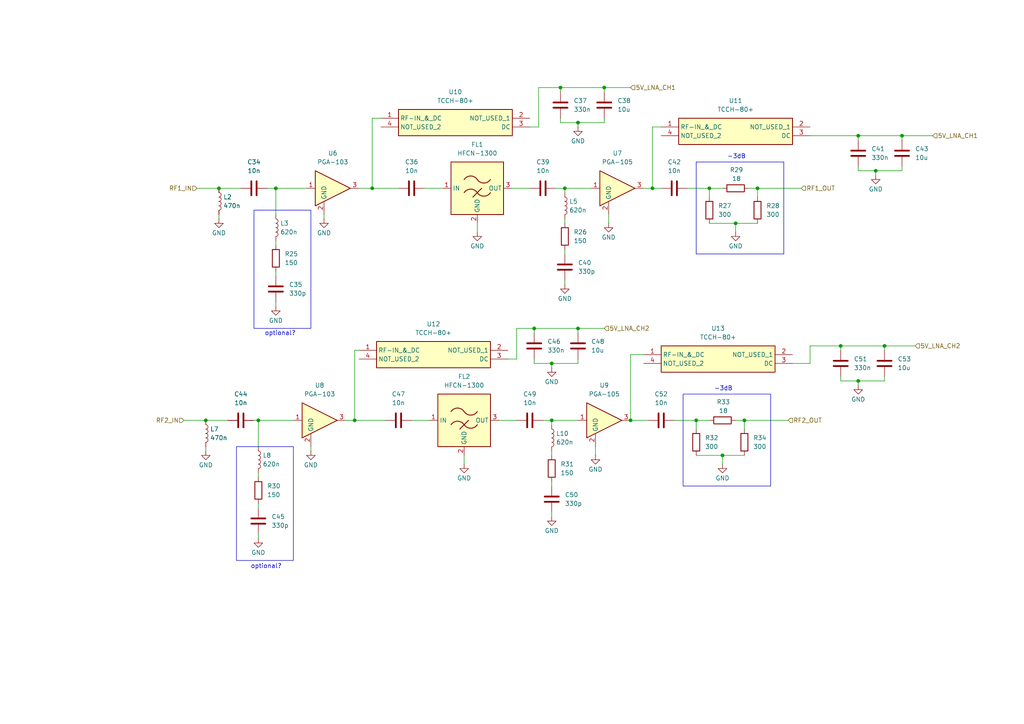
<source format=kicad_sch>
(kicad_sch (version 20250114) (generator "eeschema") (generator_version "9.0")
  (paper "A4")
  (lib_symbols
    (symbol "Device:C" (pin_numbers (hide yes)) (pin_names (offset 0.254))
      (property "Reference" "C" (at 0.635 2.54 0))
      (property "Value" "C" (at 0.635 -2.54 0))
      (symbol "C_0_1"
        (polyline (pts (xy -2.032 0.762) (xy 2.032 0.762)) (stroke (width 0.508)))
        (polyline (pts (xy -2.032 -0.762) (xy 2.032 -0.762)) (stroke (width 0.508)))
      )
      (symbol "C_1_1"
        (pin passive line (at 0 3.81 270) (length 2.794) (name "~") (number "1"))
        (pin passive line (at 0 -3.81 90) (length 2.794) (name "~") (number "2"))
      )
    )
    (symbol "Device:L" (pin_numbers (hide yes)) (pin_names (offset 1.016) (hide yes))
      (property "Reference" "L" (at -1.27 0 90))
      (property "Value" "L" (at 1.905 0 90))
      (symbol "L_0_1"
        (arc (start 0 2.54) (mid 0.6323 1.905) (end 0 1.27))
        (arc (start 0 1.27) (mid 0.6323 0.635) (end 0 0))
        (arc (start 0 0) (mid 0.6323 -0.635) (end 0 -1.27))
        (arc (start 0 -1.27) (mid 0.6323 -1.905) (end 0 -2.54))
      )
      (symbol "L_1_1"
        (pin passive line (at 0 3.81 270) (length 1.27) (name "1") (number "1"))
        (pin passive line (at 0 -3.81 90) (length 1.27) (name "2") (number "2"))
      )
    )
    (symbol "Device:R" (pin_numbers (hide yes)) (pin_names (offset 0))
      (property "Reference" "R" (at 2.032 0 90))
      (property "Value" "R" (at 0 0 90))
      (symbol "R_0_1"
        (rectangle (start -1.016 -2.54) (end 1.016 2.54) (stroke (width 0.254)))
      )
      (symbol "R_1_1"
        (pin passive line (at 0 3.81 270) (length 1.27) (name "~") (number "1"))
        (pin passive line (at 0 -3.81 90) (length 1.27) (name "~") (number "2"))
      )
    )
    (symbol "RF_Amplifier:PGA-103"
      (property "Reference" "U" (at -1.27 7.62 0))
      (property "Value" "PGA-103" (at 2.54 5.08 0))
      (symbol "PGA-103_0_1"
        (polyline (pts (xy 5.08 0) (xy -5.08 5.08) (xy -5.08 -5.08) (xy 5.08 0)) (stroke (width 0.254)) (fill (type background)))
      )
      (symbol "PGA-103_1_1"
        (pin input line (at -7.62 0 0) (length 2.54) (name "~") (number "1"))
        (pin power_in line (at -2.54 -7.62 90) (length 3.81) (name "GND") (number "2"))
        (pin output line (at 7.62 0 180) (length 2.54) (name "~") (number "3"))
      )
    )
    (symbol "RF_Amplifier:PGA-105"
      (property "Reference" "U" (at -1.27 7.62 0))
      (property "Value" "PGA-105" (at 2.54 5.08 0))
      (symbol "PGA-105_0_1"
        (polyline (pts (xy 5.08 0) (xy -5.08 5.08) (xy -5.08 -5.08) (xy 5.08 0)) (stroke (width 0.254)) (fill (type background)))
      )
      (symbol "PGA-105_1_1"
        (pin input line (at -7.62 0 0) (length 2.54) (name "~") (number "1"))
        (pin power_in line (at -2.54 -7.62 90) (length 3.81) (name "GND") (number "2"))
        (pin output line (at 7.62 0 180) (length 2.54) (name "~") (number "3"))
      )
    )
    (symbol "RF_Filter:HFCN-1300"
      (property "Reference" "FL" (at 0 10.795 0))
      (property "Value" "HFCN-1300" (at 0 8.89 0))
      (symbol "HFCN-1300_0_1"
        (rectangle (start -7.62 7.62) (end 7.62 -7.62) (stroke (width 0.254)) (fill (type background)))
        (arc (start -3.81 2.54) (mid -1.905 3.5595) (end 0 2.54) (stroke (width 0.254)))
        (arc (start -3.81 -1.27) (mid -1.905 -0.2505) (end 0 -1.27) (stroke (width 0.254)))
        (polyline (pts (xy -1.27 -2.54) (xy 1.27 0)) (stroke (width 0.254)))
        (arc (start 3.81 2.54) (mid 1.905 1.5205) (end 0 2.54) (stroke (width 0.254)))
        (arc (start 3.81 -1.27) (mid 1.905 -2.2895) (end 0 -1.27) (stroke (width 0.254)))
      )
      (symbol "HFCN-1300_1_1"
        (pin passive line (at -10.16 0 0) (length 2.54) (name "IN") (number "1"))
        (pin passive line (at 0 -10.16 90) (length 2.54) (name "GND") (number "2"))
        (pin passive line (at 0 -10.16 90) (length 2.54) (hide yes) (name "GND") (number "4"))
        (pin passive line (at 10.16 0 180) (length 2.54) (name "OUT") (number "3"))
      )
    )
    (symbol "TCCH-80+:TCCH-80+"
      (property "Reference" "U" (at 39.37 7.62 0))
      (property "Value" "TCCH-80+" (at 39.37 5.08 0))
      (symbol "TCCH-80+_1_1"
        (rectangle (start 5.08 2.54) (end 38.1 -5.08) (stroke (width 0.254)) (fill (type background)))
        (pin passive line (at 0 0 0) (length 5.08) (name "RF-IN_&_DC") (number "1"))
        (pin passive line (at 0 -2.54 0) (length 5.08) (name "NOT_USED_2") (number "4"))
        (pin passive line (at 43.18 0 180) (length 5.08) (name "NOT_USED_1") (number "2"))
        (pin passive line (at 43.18 -2.54 180) (length 5.08) (name "DC") (number "3"))
      )
    )
    (symbol "power:GND" (power) (pin_numbers (hide yes)) (pin_names (offset 0) (hide yes))
      (property "Value" "GND" (at 0 -3.81 0))
      (symbol "GND_0_1"
        (polyline (pts (xy 0 0) (xy 0 -1.27) (xy 1.27 -1.27) (xy 0 -2.54) (xy -1.27 -1.27) (xy 0 -1.27)))
      )
      (symbol "GND_1_1"
        (pin power_in line (at 0 0 270) (length 0) (name "~") (number "1"))
      )
    )
  )
  (rectangle (start 68.58 129.54) (end 85.09 162.56))
  (rectangle (start 201.93 46.99) (end 227.33 73.66))
  (rectangle (start 73.66 60.96) (end 90.17 95.25))
  (rectangle (start 198.12 114.3) (end 223.52 140.97))
  (text "-3dB" (at 209.804 112.776 0) (effects (font (size 1.27 1.27))))
  (text "optional?" (at 81.28 96.774 0) (effects (font (size 1.27 1.27))))
  (text "-3dB" (at 213.614 45.466 0) (effects (font (size 1.27 1.27))))
  (text "optional?" (at 77.216 164.338 0) (effects (font (size 1.27 1.27))))
  (junction (at 162.56 25.4))
  (junction (at 59.69 121.92))
  (junction (at 215.9 121.92))
  (junction (at 248.92 110.49))
  (junction (at 80.01 54.61))
  (junction (at 213.36 64.77))
  (junction (at 209.55 132.08))
  (junction (at 243.84 100.33))
  (junction (at 167.64 35.56))
  (junction (at 163.83 54.61))
  (junction (at 102.87 121.92))
  (junction (at 201.93 121.92))
  (junction (at 256.54 100.33))
  (junction (at 175.26 25.4))
  (junction (at 160.02 105.41))
  (junction (at 248.92 39.37))
  (junction (at 107.95 54.61))
  (junction (at 167.64 95.25))
  (junction (at 261.62 39.37))
  (junction (at 74.93 121.92))
  (junction (at 254 49.53))
  (junction (at 205.74 54.61))
  (junction (at 182.88 121.92))
  (junction (at 63.5 54.61))
  (junction (at 154.94 95.25))
  (junction (at 219.71 54.61))
  (junction (at 189.23 54.61))
  (junction (at 160.02 121.92))
  (wire (pts (xy 74.93 121.92) (xy 85.09 121.92)))
  (wire (pts (xy 102.87 101.6) (xy 104.14 101.6)))
  (wire (pts (xy 261.62 40.64) (xy 261.62 39.37)))
  (wire (pts (xy 234.95 105.41) (xy 234.95 100.33)))
  (wire (pts (xy 157.48 121.92) (xy 160.02 121.92)))
  (wire (pts (xy 219.71 54.61) (xy 232.41 54.61)))
  (wire (pts (xy 104.14 54.61) (xy 107.95 54.61)))
  (wire (pts (xy 162.56 35.56) (xy 162.56 34.29)))
  (wire (pts (xy 201.93 121.92) (xy 205.74 121.92)))
  (wire (pts (xy 167.64 35.56) (xy 175.26 35.56)))
  (wire (pts (xy 163.83 54.61) (xy 171.45 54.61)))
  (wire (pts (xy 256.54 101.6) (xy 256.54 100.33)))
  (wire (pts (xy 248.92 49.53) (xy 254 49.53)))
  (wire (pts (xy 80.01 54.61) (xy 88.9 54.61)))
  (wire (pts (xy 147.32 104.14) (xy 149.86 104.14)))
  (wire (pts (xy 162.56 35.56) (xy 167.64 35.56)))
  (wire (pts (xy 154.94 105.41) (xy 154.94 104.14)))
  (wire (pts (xy 162.56 25.4) (xy 175.26 25.4)))
  (wire (pts (xy 163.83 63.5) (xy 163.83 64.77)))
  (wire (pts (xy 162.56 26.67) (xy 162.56 25.4)))
  (wire (pts (xy 219.71 57.15) (xy 219.71 54.61)))
  (wire (pts (xy 153.67 36.83) (xy 156.21 36.83)))
  (wire (pts (xy 149.86 95.25) (xy 154.94 95.25)))
  (wire (pts (xy 90.17 129.54) (xy 90.17 130.81)))
  (wire (pts (xy 186.69 102.87) (xy 182.88 102.87)))
  (wire (pts (xy 209.55 132.08) (xy 215.9 132.08)))
  (wire (pts (xy 167.64 105.41) (xy 167.64 104.14)))
  (wire (pts (xy 189.23 36.83) (xy 189.23 54.61)))
  (wire (pts (xy 167.64 35.56) (xy 167.64 36.83)))
  (wire (pts (xy 93.98 62.23) (xy 93.98 63.5)))
  (wire (pts (xy 182.88 102.87) (xy 182.88 121.92)))
  (wire (pts (xy 248.92 40.64) (xy 248.92 39.37)))
  (wire (pts (xy 102.87 121.92) (xy 111.76 121.92)))
  (wire (pts (xy 215.9 121.92) (xy 228.6 121.92)))
  (wire (pts (xy 248.92 110.49) (xy 248.92 111.76)))
  (wire (pts (xy 215.9 121.92) (xy 213.36 121.92)))
  (wire (pts (xy 161.29 54.61) (xy 163.83 54.61)))
  (wire (pts (xy 175.26 35.56) (xy 175.26 34.29)))
  (wire (pts (xy 201.93 132.08) (xy 209.55 132.08)))
  (wire (pts (xy 175.26 26.67) (xy 175.26 25.4)))
  (wire (pts (xy 74.93 146.05) (xy 74.93 147.32)))
  (wire (pts (xy 57.15 54.61) (xy 63.5 54.61)))
  (wire (pts (xy 154.94 95.25) (xy 167.64 95.25)))
  (wire (pts (xy 80.01 78.74) (xy 80.01 80.01)))
  (wire (pts (xy 160.02 130.81) (xy 160.02 132.08)))
  (wire (pts (xy 73.66 121.92) (xy 74.93 121.92)))
  (wire (pts (xy 160.02 121.92) (xy 160.02 123.19)))
  (wire (pts (xy 172.72 129.54) (xy 172.72 132.08)))
  (wire (pts (xy 160.02 121.92) (xy 167.64 121.92)))
  (wire (pts (xy 154.94 105.41) (xy 160.02 105.41)))
  (wire (pts (xy 205.74 54.61) (xy 209.55 54.61)))
  (wire (pts (xy 186.69 54.61) (xy 189.23 54.61)))
  (wire (pts (xy 138.43 64.77) (xy 138.43 67.31)))
  (wire (pts (xy 100.33 121.92) (xy 102.87 121.92)))
  (wire (pts (xy 219.71 54.61) (xy 217.17 54.61)))
  (wire (pts (xy 59.69 121.92) (xy 66.04 121.92)))
  (wire (pts (xy 243.84 110.49) (xy 248.92 110.49)))
  (wire (pts (xy 53.34 121.92) (xy 59.69 121.92)))
  (wire (pts (xy 163.83 72.39) (xy 163.83 73.66)))
  (wire (pts (xy 148.59 54.61) (xy 153.67 54.61)))
  (wire (pts (xy 191.77 36.83) (xy 189.23 36.83)))
  (wire (pts (xy 134.62 132.08) (xy 134.62 134.62)))
  (wire (pts (xy 195.58 121.92) (xy 201.93 121.92)))
  (wire (pts (xy 63.5 54.61) (xy 69.85 54.61)))
  (wire (pts (xy 199.39 54.61) (xy 205.74 54.61)))
  (wire (pts (xy 182.88 121.92) (xy 187.96 121.92)))
  (wire (pts (xy 215.9 124.46) (xy 215.9 121.92)))
  (wire (pts (xy 261.62 49.53) (xy 254 49.53)))
  (wire (pts (xy 156.21 36.83) (xy 156.21 25.4)))
  (wire (pts (xy 248.92 49.53) (xy 248.92 48.26)))
  (wire (pts (xy 213.36 64.77) (xy 219.71 64.77)))
  (wire (pts (xy 256.54 109.22) (xy 256.54 110.49)))
  (wire (pts (xy 163.83 81.28) (xy 163.83 82.55)))
  (wire (pts (xy 80.01 69.85) (xy 80.01 71.12)))
  (wire (pts (xy 163.83 54.61) (xy 163.83 55.88)))
  (wire (pts (xy 74.93 137.16) (xy 74.93 138.43)))
  (wire (pts (xy 59.69 129.54) (xy 59.69 130.81)))
  (wire (pts (xy 74.93 154.94) (xy 74.93 156.21)))
  (wire (pts (xy 256.54 100.33) (xy 243.84 100.33)))
  (wire (pts (xy 102.87 101.6) (xy 102.87 121.92)))
  (wire (pts (xy 123.19 54.61) (xy 128.27 54.61)))
  (wire (pts (xy 107.95 34.29) (xy 107.95 54.61)))
  (wire (pts (xy 261.62 48.26) (xy 261.62 49.53)))
  (wire (pts (xy 229.87 105.41) (xy 234.95 105.41)))
  (wire (pts (xy 234.95 100.33) (xy 243.84 100.33)))
  (wire (pts (xy 160.02 105.41) (xy 160.02 106.68)))
  (wire (pts (xy 243.84 110.49) (xy 243.84 109.22)))
  (wire (pts (xy 213.36 64.77) (xy 213.36 67.31)))
  (wire (pts (xy 80.01 87.63) (xy 80.01 88.9)))
  (wire (pts (xy 107.95 54.61) (xy 115.57 54.61)))
  (wire (pts (xy 243.84 101.6) (xy 243.84 100.33)))
  (wire (pts (xy 63.5 62.23) (xy 63.5 63.5)))
  (wire (pts (xy 175.26 25.4) (xy 182.88 25.4)))
  (wire (pts (xy 261.62 39.37) (xy 248.92 39.37)))
  (wire (pts (xy 74.93 129.54) (xy 74.93 121.92)))
  (wire (pts (xy 160.02 139.7) (xy 160.02 140.97)))
  (wire (pts (xy 144.78 121.92) (xy 149.86 121.92)))
  (wire (pts (xy 256.54 100.33) (xy 265.43 100.33)))
  (wire (pts (xy 119.38 121.92) (xy 124.46 121.92)))
  (wire (pts (xy 154.94 96.52) (xy 154.94 95.25)))
  (wire (pts (xy 80.01 62.23) (xy 80.01 54.61)))
  (wire (pts (xy 205.74 54.61) (xy 205.74 57.15)))
  (wire (pts (xy 205.74 64.77) (xy 213.36 64.77)))
  (wire (pts (xy 160.02 148.59) (xy 160.02 149.86)))
  (wire (pts (xy 209.55 132.08) (xy 209.55 134.62)))
  (wire (pts (xy 110.49 34.29) (xy 107.95 34.29)))
  (wire (pts (xy 176.53 62.23) (xy 176.53 64.77)))
  (wire (pts (xy 201.93 121.92) (xy 201.93 124.46)))
  (wire (pts (xy 234.95 39.37) (xy 248.92 39.37)))
  (wire (pts (xy 77.47 54.61) (xy 80.01 54.61)))
  (wire (pts (xy 261.62 39.37) (xy 270.51 39.37)))
  (wire (pts (xy 167.64 96.52) (xy 167.64 95.25)))
  (wire (pts (xy 254 49.53) (xy 254 50.8)))
  (wire (pts (xy 156.21 25.4) (xy 162.56 25.4)))
  (wire (pts (xy 160.02 105.41) (xy 167.64 105.41)))
  (wire (pts (xy 167.64 95.25) (xy 175.26 95.25)))
  (wire (pts (xy 149.86 104.14) (xy 149.86 95.25)))
  (wire (pts (xy 189.23 54.61) (xy 191.77 54.61)))
  (wire (pts (xy 256.54 110.49) (xy 248.92 110.49)))
  (hierarchical_label "RF1_OUT" (shape input) (at 232.41 54.61 0))
  (hierarchical_label "RF1_IN" (shape input) (at 57.15 54.61 180))
  (hierarchical_label "5V_LNA_CH2" (shape input) (at 175.26 95.25 0))
  (hierarchical_label "5V_LNA_CH1" (shape input) (at 182.88 25.4 0))
  (hierarchical_label "RF2_IN" (shape input) (at 53.34 121.92 180))
  (hierarchical_label "RF2_OUT" (shape input) (at 228.6 121.92 0))
  (hierarchical_label "5V_LNA_CH2" (shape input) (at 265.43 100.33 0))
  (hierarchical_label "5V_LNA_CH1" (shape input) (at 270.51 39.37 0))
  (symbol (lib_id "power:GND") (at 63.5 63.5 0) (unit 1)
    (property "Reference" "#PWR045" (effects (hide yes)))
    (property "Value" "GND" (at 63.5 67.564 0))
    (property "Description" "Power symbol creates a global label with name \"GND\" , ground" (effects (hide yes)))
  )
  (symbol (lib_id "Device:C") (at 74.93 151.13 180) (unit 1)
    (property "Reference" "C45" (at 78.74 149.8599 0) (effects (justify right)))
    (property "Value" "330p" (at 78.74 152.3999 0) (effects (justify right)))
    (property "Footprint" "Capacitor_SMD:C_0603_1608Metric" (effects (hide yes)))
    (property "Description" "Unpolarized capacitor" (effects (hide yes)))
  )
  (symbol (lib_id "Device:L") (at 59.69 125.73 0) (unit 1)
    (property "Reference" "L7" (at 60.96 124.4599 0) (effects (justify left)))
    (property "Value" "470n" (at 60.96 126.9999 0) (effects (justify left)))
    (property "Footprint" "Inductor_SMD:L_0603_1608Metric" (effects (hide yes)))
    (property "Description" "Inductor" (effects (hide yes)))
  )
  (symbol (lib_id "Device:R") (at 163.83 68.58 0) (unit 1)
    (property "Reference" "R26" (at 166.37 67.3099 0) (effects (justify left)))
    (property "Value" "150" (at 166.37 69.8499 0) (effects (justify left)))
    (property "Footprint" "Resistor_SMD:R_0603_1608Metric_Pad0.98x0.95mm_HandSolder" (effects (hide yes)))
    (property "Description" "Resistor" (effects (hide yes)))
  )
  (symbol (lib_id "RF_Filter:HFCN-1300") (at 134.62 121.92 0) (unit 1)
    (property "Reference" "FL2" (at 134.62 109.22 0))
    (property "Value" "HFCN-1300" (at 134.62 111.76 0))
    (property "Footprint" "Filter:Filter_Mini-Circuits_FV1206" (effects (hide yes)))
    (property "Datasheet" "https://www.minicircuits.com/pdfs/HFCN-1300+.pdf" (effects (hide yes)))
    (property "Description" "1300MHz 50 Ohm Passive High Pass Filter, FV1206" (effects (hide yes)))
  )
  (symbol (lib_id "power:GND") (at 80.01 88.9 0) (unit 1)
    (property "Reference" "#PWR046" (effects (hide yes)))
    (property "Value" "GND" (at 80.01 92.964 0))
    (property "Description" "Power symbol creates a global label with name \"GND\" , ground" (effects (hide yes)))
  )
  (symbol (lib_id "power:GND") (at 248.92 111.76 0) (unit 1)
    (property "Reference" "#PWR061" (effects (hide yes)))
    (property "Value" "GND" (at 248.92 115.824 0))
    (property "Description" "Power symbol creates a global label with name \"GND\" , ground" (effects (hide yes)))
  )
  (symbol (lib_id "Device:C") (at 162.56 30.48 180) (unit 1)
    (property "Reference" "C37" (at 166.37 29.2099 0) (effects (justify right)))
    (property "Value" "330n" (at 166.37 31.7499 0) (effects (justify right)))
    (property "Footprint" "Capacitor_SMD:C_0603_1608Metric" (effects (hide yes)))
    (property "Description" "Unpolarized capacitor" (effects (hide yes)))
  )
  (symbol (lib_id "power:GND") (at 213.36 67.31 0) (unit 1)
    (property "Reference" "#PWR052" (effects (hide yes)))
    (property "Value" "GND" (at 213.36 71.374 0))
    (property "Description" "Power symbol creates a global label with name \"GND\" , ground" (effects (hide yes)))
  )
  (symbol (lib_id "Device:C") (at 175.26 30.48 180) (unit 1)
    (property "Reference" "C38" (at 179.07 29.2099 0) (effects (justify right)))
    (property "Value" "10u" (at 179.07 31.7499 0) (effects (justify right)))
    (property "Footprint" "Capacitor_SMD:C_0805_2012Metric_Pad1.18x1.45mm_HandSolder" (effects (hide yes)))
    (property "Description" "Unpolarized capacitor" (effects (hide yes)))
  )
  (symbol (lib_id "Device:C") (at 163.83 77.47 180) (unit 1)
    (property "Reference" "C40" (at 167.64 76.1999 0) (effects (justify right)))
    (property "Value" "330p" (at 167.64 78.7399 0) (effects (justify right)))
    (property "Footprint" "Capacitor_SMD:C_0603_1608Metric" (effects (hide yes)))
    (property "Description" "Unpolarized capacitor" (effects (hide yes)))
  )
  (symbol (lib_id "Device:C") (at 160.02 144.78 180) (unit 1)
    (property "Reference" "C50" (at 163.83 143.5099 0) (effects (justify right)))
    (property "Value" "330p" (at 163.83 146.0499 0) (effects (justify right)))
    (property "Footprint" "Capacitor_SMD:C_0603_1608Metric" (effects (hide yes)))
    (property "Description" "Unpolarized capacitor" (effects (hide yes)))
  )
  (symbol (lib_id "power:GND") (at 209.55 134.62 0) (unit 1)
    (property "Reference" "#PWR062" (effects (hide yes)))
    (property "Value" "GND" (at 209.55 138.684 0))
    (property "Description" "Power symbol creates a global label with name \"GND\" , ground" (effects (hide yes)))
  )
  (symbol (lib_id "TCCH-80+:TCCH-80+") (at 104.14 101.6 0) (unit 1)
    (property "Reference" "U12" (at 125.73 93.98 0))
    (property "Value" "TCCH-80+" (at 125.73 96.52 0))
    (property "Footprint" "TCCH80" (effects (hide yes)))
    (property "Datasheet" "https://www.minicircuits.com/pdfs/TCCH-80+.pdf" (effects (hide yes)))
    (property "Description" "RF Choke" (effects (hide yes)))
    (property "Height" "3.81" (effects (hide yes)))
    (property "Mouser Part Number" "139-TCCH-80" (effects (hide yes)))
    (property "Mouser Price/Stock" "https://www.mouser.co.uk/ProductDetail/Mini-Circuits/TCCH-80%2b?qs=xZ%2FP%252Ba9zWqbIZgt27nGgHg%3D%3D" (effects (hide yes)))
    (property "Manufacturer_Name" "Mini-Circuits" (effects (hide yes)))
    (property "Manufacturer_Part_Number" "TCCH-80+" (effects (hide yes)))
  )
  (symbol (lib_id "power:GND") (at 167.64 36.83 0) (unit 1)
    (property "Reference" "#PWR048" (effects (hide yes)))
    (property "Value" "GND" (at 167.64 40.894 0))
    (property "Description" "Power symbol creates a global label with name \"GND\" , ground" (effects (hide yes)))
  )
  (symbol (lib_id "power:GND") (at 134.62 134.62 0) (unit 1)
    (property "Reference" "#PWR058" (effects (hide yes)))
    (property "Value" "GND" (at 134.62 138.684 0))
    (property "Description" "Power symbol creates a global label with name \"GND\" , ground" (effects (hide yes)))
  )
  (symbol (lib_id "Device:C") (at 157.48 54.61 90) (unit 1)
    (property "Reference" "C39" (at 157.48 46.99 90))
    (property "Value" "10n" (at 157.48 49.53 90))
    (property "Footprint" "Capacitor_SMD:C_0603_1608Metric" (effects (hide yes)))
    (property "Description" "Unpolarized capacitor" (effects (hide yes)))
  )
  (symbol (lib_id "power:GND") (at 93.98 63.5 0) (unit 1)
    (property "Reference" "#PWR047" (effects (hide yes)))
    (property "Value" "GND" (at 93.98 67.564 0))
    (property "Description" "Power symbol creates a global label with name \"GND\" , ground" (effects (hide yes)))
  )
  (symbol (lib_id "Device:R") (at 201.93 128.27 0) (unit 1)
    (property "Reference" "R32" (at 204.47 126.9999 0) (effects (justify left)))
    (property "Value" "300" (at 204.47 129.5399 0) (effects (justify left)))
    (property "Footprint" "Resistor_SMD:R_0603_1608Metric_Pad0.98x0.95mm_HandSolder" (effects (hide yes)))
    (property "Description" "Resistor" (effects (hide yes)))
  )
  (symbol (lib_id "Device:R") (at 213.36 54.61 90) (unit 1)
    (property "Reference" "R29" (at 213.614 49.276 90))
    (property "Value" "18" (at 213.614 51.816 90))
    (property "Footprint" "Resistor_SMD:R_0603_1608Metric_Pad0.98x0.95mm_HandSolder" (effects (hide yes)))
    (property "Description" "Resistor" (effects (hide yes)))
  )
  (symbol (lib_id "power:GND") (at 176.53 64.77 0) (unit 1)
    (property "Reference" "#PWR053" (effects (hide yes)))
    (property "Value" "GND" (at 176.53 68.834 0))
    (property "Description" "Power symbol creates a global label with name \"GND\" , ground" (effects (hide yes)))
  )
  (symbol (lib_id "Device:R") (at 219.71 60.96 0) (unit 1)
    (property "Reference" "R28" (at 222.25 59.6899 0) (effects (justify left)))
    (property "Value" "300" (at 222.25 62.2299 0) (effects (justify left)))
    (property "Footprint" "Resistor_SMD:R_0603_1608Metric_Pad0.98x0.95mm_HandSolder" (effects (hide yes)))
    (property "Description" "Resistor" (effects (hide yes)))
  )
  (symbol (lib_id "Device:L") (at 160.02 127 0) (unit 1)
    (property "Reference" "L10" (at 161.29 125.7299 0) (effects (justify left)))
    (property "Value" "620n" (at 161.29 128.2699 0) (effects (justify left)))
    (property "Footprint" "Inductor_SMD:L_0603_1608Metric" (effects (hide yes)))
    (property "Description" "Inductor" (effects (hide yes)))
  )
  (symbol (lib_id "Device:C") (at 167.64 100.33 180) (unit 1)
    (property "Reference" "C48" (at 171.45 99.0599 0) (effects (justify right)))
    (property "Value" "10u" (at 171.45 101.5999 0) (effects (justify right)))
    (property "Footprint" "Capacitor_SMD:C_0805_2012Metric_Pad1.18x1.45mm_HandSolder" (effects (hide yes)))
    (property "Description" "Unpolarized capacitor" (effects (hide yes)))
  )
  (symbol (lib_id "Device:L") (at 63.5 58.42 0) (unit 1)
    (property "Reference" "L2" (at 64.77 57.1499 0) (effects (justify left)))
    (property "Value" "470n" (at 64.77 59.6899 0) (effects (justify left)))
    (property "Footprint" "Inductor_SMD:L_0603_1608Metric" (effects (hide yes)))
    (property "Description" "Inductor" (effects (hide yes)))
  )
  (symbol (lib_id "Device:R") (at 209.55 121.92 90) (unit 1)
    (property "Reference" "R33" (at 209.804 116.586 90))
    (property "Value" "18" (at 209.804 119.126 90))
    (property "Footprint" "Resistor_SMD:R_0603_1608Metric_Pad0.98x0.95mm_HandSolder" (effects (hide yes)))
    (property "Description" "Resistor" (effects (hide yes)))
  )
  (symbol (lib_id "Device:L") (at 163.83 59.69 0) (unit 1)
    (property "Reference" "L5" (at 165.1 58.4199 0) (effects (justify left)))
    (property "Value" "620n" (at 165.1 60.9599 0) (effects (justify left)))
    (property "Footprint" "Inductor_SMD:L_0603_1608Metric" (effects (hide yes)))
    (property "Description" "Inductor" (effects (hide yes)))
  )
  (symbol (lib_id "Device:C") (at 69.85 121.92 90) (unit 1)
    (property "Reference" "C44" (at 69.85 114.3 90))
    (property "Value" "10n" (at 69.85 116.84 90))
    (property "Footprint" "Capacitor_SMD:C_0603_1608Metric" (effects (hide yes)))
    (property "Description" "Unpolarized capacitor" (effects (hide yes)))
  )
  (symbol (lib_id "Device:R") (at 205.74 60.96 0) (unit 1)
    (property "Reference" "R27" (at 208.28 59.6899 0) (effects (justify left)))
    (property "Value" "300" (at 208.28 62.2299 0) (effects (justify left)))
    (property "Footprint" "Resistor_SMD:R_0603_1608Metric_Pad0.98x0.95mm_HandSolder" (effects (hide yes)))
    (property "Description" "Resistor" (effects (hide yes)))
  )
  (symbol (lib_id "Device:C") (at 195.58 54.61 90) (unit 1)
    (property "Reference" "C42" (at 195.58 46.99 90))
    (property "Value" "10n" (at 195.58 49.53 90))
    (property "Footprint" "Capacitor_SMD:C_0603_1608Metric" (effects (hide yes)))
    (property "Description" "Unpolarized capacitor" (effects (hide yes)))
  )
  (symbol (lib_id "power:GND") (at 254 50.8 0) (unit 1)
    (property "Reference" "#PWR051" (effects (hide yes)))
    (property "Value" "GND" (at 254 54.864 0))
    (property "Description" "Power symbol creates a global label with name \"GND\" , ground" (effects (hide yes)))
  )
  (symbol (lib_id "RF_Amplifier:PGA-103") (at 96.52 54.61 0) (unit 1)
    (property "Reference" "U6" (at 96.52 44.45 0))
    (property "Value" "PGA-103" (at 96.52 46.99 0))
    (property "Footprint" "Package_TO_SOT_SMD:SOT-89-3" (effects (hide yes)))
    (property "Datasheet" "https://www.minicircuits.com/pdfs/PGA-103+.pdf" (effects (hide yes)))
    (property "Description" "50-4000MHz +11dB Low Noise Amplifier, SOT-89" (effects (hide yes)))
  )
  (symbol (lib_id "TCCH-80+:TCCH-80+") (at 110.49 34.29 0) (unit 1)
    (property "Reference" "U10" (at 132.08 26.67 0))
    (property "Value" "TCCH-80+" (at 132.08 29.21 0))
    (property "Footprint" "TCCH80" (effects (hide yes)))
    (property "Datasheet" "https://www.minicircuits.com/pdfs/TCCH-80+.pdf" (effects (hide yes)))
    (property "Description" "RF Choke" (effects (hide yes)))
    (property "Height" "3.81" (effects (hide yes)))
    (property "Mouser Part Number" "139-TCCH-80" (effects (hide yes)))
    (property "Mouser Price/Stock" "https://www.mouser.co.uk/ProductDetail/Mini-Circuits/TCCH-80%2b?qs=xZ%2FP%252Ba9zWqbIZgt27nGgHg%3D%3D" (effects (hide yes)))
    (property "Manufacturer_Name" "Mini-Circuits" (effects (hide yes)))
    (property "Manufacturer_Part_Number" "TCCH-80+" (effects (hide yes)))
  )
  (symbol (lib_id "Device:R") (at 80.01 74.93 0) (unit 1)
    (property "Reference" "R25" (at 82.55 73.6599 0) (effects (justify left)))
    (property "Value" "150" (at 82.55 76.1999 0) (effects (justify left)))
    (property "Footprint" "Resistor_SMD:R_0603_1608Metric_Pad0.98x0.95mm_HandSolder" (effects (hide yes)))
    (property "Description" "Resistor" (effects (hide yes)))
  )
  (symbol (lib_id "Device:C") (at 248.92 44.45 180) (unit 1)
    (property "Reference" "C41" (at 252.73 43.1799 0) (effects (justify right)))
    (property "Value" "330n" (at 252.73 45.7199 0) (effects (justify right)))
    (property "Footprint" "Capacitor_SMD:C_0603_1608Metric" (effects (hide yes)))
    (property "Description" "Unpolarized capacitor" (effects (hide yes)))
  )
  (symbol (lib_id "Device:L") (at 80.01 66.04 0) (unit 1)
    (property "Reference" "L3" (at 81.28 64.7699 0) (effects (justify left)))
    (property "Value" "620n" (at 81.28 67.3099 0) (effects (justify left)))
    (property "Footprint" "Inductor_SMD:L_0603_1608Metric" (effects (hide yes)))
    (property "Description" "Inductor" (effects (hide yes)))
  )
  (symbol (lib_id "power:GND") (at 163.83 82.55 0) (unit 1)
    (property "Reference" "#PWR050" (effects (hide yes)))
    (property "Value" "GND" (at 163.83 86.614 0))
    (property "Description" "Power symbol creates a global label with name \"GND\" , ground" (effects (hide yes)))
  )
  (symbol (lib_id "Device:C") (at 154.94 100.33 180) (unit 1)
    (property "Reference" "C46" (at 158.75 99.0599 0) (effects (justify right)))
    (property "Value" "330n" (at 158.75 101.5999 0) (effects (justify right)))
    (property "Footprint" "Capacitor_SMD:C_0603_1608Metric" (effects (hide yes)))
    (property "Description" "Unpolarized capacitor" (effects (hide yes)))
  )
  (symbol (lib_id "power:GND") (at 160.02 149.86 0) (unit 1)
    (property "Reference" "#PWR059" (effects (hide yes)))
    (property "Value" "GND" (at 160.02 153.924 0))
    (property "Description" "Power symbol creates a global label with name \"GND\" , ground" (effects (hide yes)))
  )
  (symbol (lib_id "Device:C") (at 80.01 83.82 180) (unit 1)
    (property "Reference" "C35" (at 83.82 82.5499 0) (effects (justify right)))
    (property "Value" "330p" (at 83.82 85.0899 0) (effects (justify right)))
    (property "Footprint" "Capacitor_SMD:C_0603_1608Metric" (effects (hide yes)))
    (property "Description" "Unpolarized capacitor" (effects (hide yes)))
  )
  (symbol (lib_id "TCCH-80+:TCCH-80+") (at 186.69 102.87 0) (unit 1)
    (property "Reference" "U13" (at 208.28 95.25 0))
    (property "Value" "TCCH-80+" (at 208.28 97.79 0))
    (property "Footprint" "TCCH80" (effects (hide yes)))
    (property "Datasheet" "https://www.minicircuits.com/pdfs/TCCH-80+.pdf" (effects (hide yes)))
    (property "Description" "RF Choke" (effects (hide yes)))
    (property "Height" "3.81" (effects (hide yes)))
    (property "Mouser Part Number" "139-TCCH-80" (effects (hide yes)))
    (property "Mouser Price/Stock" "https://www.mouser.co.uk/ProductDetail/Mini-Circuits/TCCH-80%2b?qs=xZ%2FP%252Ba9zWqbIZgt27nGgHg%3D%3D" (effects (hide yes)))
    (property "Manufacturer_Name" "Mini-Circuits" (effects (hide yes)))
    (property "Manufacturer_Part_Number" "TCCH-80+" (effects (hide yes)))
  )
  (symbol (lib_id "power:GND") (at 138.43 67.31 0) (unit 1)
    (property "Reference" "#PWR049" (effects (hide yes)))
    (property "Value" "GND" (at 138.43 71.374 0))
    (property "Description" "Power symbol creates a global label with name \"GND\" , ground" (effects (hide yes)))
  )
  (symbol (lib_id "Device:C") (at 73.66 54.61 90) (unit 1)
    (property "Reference" "C34" (at 73.66 46.99 90))
    (property "Value" "10n" (at 73.66 49.53 90))
    (property "Footprint" "Capacitor_SMD:C_0603_1608Metric" (effects (hide yes)))
    (property "Description" "Unpolarized capacitor" (effects (hide yes)))
  )
  (symbol (lib_id "Device:C") (at 115.57 121.92 90) (unit 1)
    (property "Reference" "C47" (at 115.57 114.3 90))
    (property "Value" "10n" (at 115.57 116.84 90))
    (property "Footprint" "Capacitor_SMD:C_0603_1608Metric" (effects (hide yes)))
    (property "Description" "Unpolarized capacitor" (effects (hide yes)))
  )
  (symbol (lib_id "Device:C") (at 261.62 44.45 180) (unit 1)
    (property "Reference" "C43" (at 265.43 43.1799 0) (effects (justify right)))
    (property "Value" "10u" (at 265.43 45.7199 0) (effects (justify right)))
    (property "Footprint" "Capacitor_SMD:C_0805_2012Metric_Pad1.18x1.45mm_HandSolder" (effects (hide yes)))
    (property "Description" "Unpolarized capacitor" (effects (hide yes)))
  )
  (symbol (lib_id "power:GND") (at 74.93 156.21 0) (unit 1)
    (property "Reference" "#PWR055" (effects (hide yes)))
    (property "Value" "GND" (at 74.93 160.274 0))
    (property "Description" "Power symbol creates a global label with name \"GND\" , ground" (effects (hide yes)))
  )
  (symbol (lib_id "RF_Amplifier:PGA-105") (at 179.07 54.61 0) (unit 1)
    (property "Reference" "U7" (at 179.07 44.45 0))
    (property "Value" "PGA-105" (at 179.07 46.99 0))
    (property "Footprint" "Package_TO_SOT_SMD:SOT-89-3" (effects (hide yes)))
    (property "Datasheet" "https://www.minicircuits.com/pdfs/PGA-105+.pdf" (effects (hide yes)))
    (property "Description" "40-2600MHz +15.1dB Low Noise Amplifier, SOT-89" (effects (hide yes)))
  )
  (symbol (lib_id "RF_Amplifier:PGA-103") (at 92.71 121.92 0) (unit 1)
    (property "Reference" "U8" (at 92.71 111.76 0))
    (property "Value" "PGA-103" (at 92.71 114.3 0))
    (property "Footprint" "Package_TO_SOT_SMD:SOT-89-3" (effects (hide yes)))
    (property "Datasheet" "https://www.minicircuits.com/pdfs/PGA-103+.pdf" (effects (hide yes)))
    (property "Description" "50-4000MHz +11dB Low Noise Amplifier, SOT-89" (effects (hide yes)))
  )
  (symbol (lib_id "TCCH-80+:TCCH-80+") (at 191.77 36.83 0) (unit 1)
    (property "Reference" "U11" (at 213.36 29.21 0))
    (property "Value" "TCCH-80+" (at 213.36 31.75 0))
    (property "Footprint" "TCCH80" (effects (hide yes)))
    (property "Datasheet" "https://www.minicircuits.com/pdfs/TCCH-80+.pdf" (effects (hide yes)))
    (property "Description" "RF Choke" (effects (hide yes)))
    (property "Height" "3.81" (effects (hide yes)))
    (property "Mouser Part Number" "139-TCCH-80" (effects (hide yes)))
    (property "Mouser Price/Stock" "https://www.mouser.co.uk/ProductDetail/Mini-Circuits/TCCH-80%2b?qs=xZ%2FP%252Ba9zWqbIZgt27nGgHg%3D%3D" (effects (hide yes)))
    (property "Manufacturer_Name" "Mini-Circuits" (effects (hide yes)))
    (property "Manufacturer_Part_Number" "TCCH-80+" (effects (hide yes)))
  )
  (symbol (lib_id "Device:R") (at 215.9 128.27 0) (unit 1)
    (property "Reference" "R34" (at 218.44 126.9999 0) (effects (justify left)))
    (property "Value" "300" (at 218.44 129.5399 0) (effects (justify left)))
    (property "Footprint" "Resistor_SMD:R_0603_1608Metric_Pad0.98x0.95mm_HandSolder" (effects (hide yes)))
    (property "Description" "Resistor" (effects (hide yes)))
  )
  (symbol (lib_id "Device:R") (at 74.93 142.24 0) (unit 1)
    (property "Reference" "R30" (at 77.47 140.9699 0) (effects (justify left)))
    (property "Value" "150" (at 77.47 143.5099 0) (effects (justify left)))
    (property "Footprint" "Resistor_SMD:R_0603_1608Metric_Pad0.98x0.95mm_HandSolder" (effects (hide yes)))
    (property "Description" "Resistor" (effects (hide yes)))
  )
  (symbol (lib_id "RF_Filter:HFCN-1300") (at 138.43 54.61 0) (unit 1)
    (property "Reference" "FL1" (at 138.43 41.91 0))
    (property "Value" "HFCN-1300" (at 138.43 44.45 0))
    (property "Footprint" "Filter:Filter_Mini-Circuits_FV1206" (effects (hide yes)))
    (property "Datasheet" "https://www.minicircuits.com/pdfs/HFCN-1300+.pdf" (effects (hide yes)))
    (property "Description" "1300MHz 50 Ohm Passive High Pass Filter, FV1206" (effects (hide yes)))
  )
  (symbol (lib_id "power:GND") (at 59.69 130.81 0) (unit 1)
    (property "Reference" "#PWR054" (effects (hide yes)))
    (property "Value" "GND" (at 59.69 134.874 0))
    (property "Description" "Power symbol creates a global label with name \"GND\" , ground" (effects (hide yes)))
  )
  (symbol (lib_id "power:GND") (at 172.72 132.08 0) (unit 1)
    (property "Reference" "#PWR060" (effects (hide yes)))
    (property "Value" "GND" (at 172.72 136.144 0))
    (property "Description" "Power symbol creates a global label with name \"GND\" , ground" (effects (hide yes)))
  )
  (symbol (lib_id "Device:C") (at 243.84 105.41 180) (unit 1)
    (property "Reference" "C51" (at 247.65 104.1399 0) (effects (justify right)))
    (property "Value" "330n" (at 247.65 106.6799 0) (effects (justify right)))
    (property "Footprint" "Capacitor_SMD:C_0603_1608Metric" (effects (hide yes)))
    (property "Description" "Unpolarized capacitor" (effects (hide yes)))
  )
  (symbol (lib_id "Device:C") (at 256.54 105.41 180) (unit 1)
    (property "Reference" "C53" (at 260.35 104.1399 0) (effects (justify right)))
    (property "Value" "10u" (at 260.35 106.6799 0) (effects (justify right)))
    (property "Footprint" "Capacitor_SMD:C_0805_2012Metric_Pad1.18x1.45mm_HandSolder" (effects (hide yes)))
    (property "Description" "Unpolarized capacitor" (effects (hide yes)))
  )
  (symbol (lib_id "Device:C") (at 153.67 121.92 90) (unit 1)
    (property "Reference" "C49" (at 153.67 114.3 90))
    (property "Value" "10n" (at 153.67 116.84 90))
    (property "Footprint" "Capacitor_SMD:C_0603_1608Metric" (effects (hide yes)))
    (property "Description" "Unpolarized capacitor" (effects (hide yes)))
  )
  (symbol (lib_id "Device:C") (at 119.38 54.61 90) (unit 1)
    (property "Reference" "C36" (at 119.38 46.99 90))
    (property "Value" "10n" (at 119.38 49.53 90))
    (property "Footprint" "Capacitor_SMD:C_0603_1608Metric" (effects (hide yes)))
    (property "Description" "Unpolarized capacitor" (effects (hide yes)))
  )
  (symbol (lib_id "power:GND") (at 160.02 106.68 0) (unit 1)
    (property "Reference" "#PWR057" (effects (hide yes)))
    (property "Value" "GND" (at 160.02 110.744 0))
    (property "Description" "Power symbol creates a global label with name \"GND\" , ground" (effects (hide yes)))
  )
  (symbol (lib_id "Device:L") (at 74.93 133.35 0) (unit 1)
    (property "Reference" "L8" (at 76.2 132.0799 0) (effects (justify left)))
    (property "Value" "620n" (at 76.2 134.6199 0) (effects (justify left)))
    (property "Footprint" "Inductor_SMD:L_0603_1608Metric" (effects (hide yes)))
    (property "Description" "Inductor" (effects (hide yes)))
  )
  (symbol (lib_id "Device:C") (at 191.77 121.92 90) (unit 1)
    (property "Reference" "C52" (at 191.77 114.3 90))
    (property "Value" "10n" (at 191.77 116.84 90))
    (property "Footprint" "Capacitor_SMD:C_0603_1608Metric" (effects (hide yes)))
    (property "Description" "Unpolarized capacitor" (effects (hide yes)))
  )
  (symbol (lib_id "Device:R") (at 160.02 135.89 0) (unit 1)
    (property "Reference" "R31" (at 162.56 134.6199 0) (effects (justify left)))
    (property "Value" "150" (at 162.56 137.1599 0) (effects (justify left)))
    (property "Footprint" "Resistor_SMD:R_0603_1608Metric_Pad0.98x0.95mm_HandSolder" (effects (hide yes)))
    (property "Description" "Resistor" (effects (hide yes)))
  )
  (symbol (lib_id "RF_Amplifier:PGA-105") (at 175.26 121.92 0) (unit 1)
    (property "Reference" "U9" (at 175.26 111.76 0))
    (property "Value" "PGA-105" (at 175.26 114.3 0))
    (property "Footprint" "Package_TO_SOT_SMD:SOT-89-3" (effects (hide yes)))
    (property "Datasheet" "https://www.minicircuits.com/pdfs/PGA-105+.pdf" (effects (hide yes)))
    (property "Description" "40-2600MHz +15.1dB Low Noise Amplifier, SOT-89" (effects (hide yes)))
  )
  (symbol (lib_id "power:GND") (at 90.17 130.81 0) (unit 1)
    (property "Reference" "#PWR056" (effects (hide yes)))
    (property "Value" "GND" (at 90.17 134.874 0))
    (property "Description" "Power symbol creates a global label with name \"GND\" , ground" (effects (hide yes)))
  )
)
</source>
